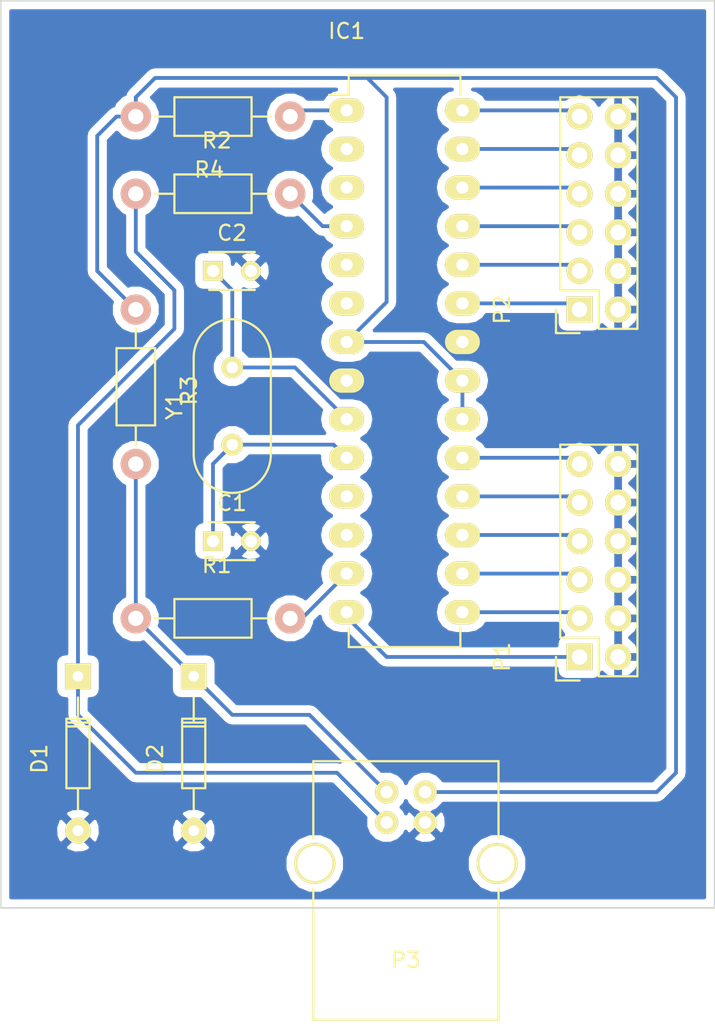
<source format=kicad_pcb>
(kicad_pcb (version 4) (host pcbnew "(2015-09-02 BZR 6149)-product")

  (general
    (links 48)
    (no_connects 1)
    (area 125.679999 97.739999 172.770001 165.335001)
    (thickness 1.6)
    (drawings 4)
    (tracks 75)
    (zones 0)
    (modules 13)
    (nets 29)
  )

  (page A4)
  (layers
    (0 F.Cu signal)
    (31 B.Cu signal)
    (32 B.Adhes user)
    (33 F.Adhes user)
    (34 B.Paste user)
    (35 F.Paste user)
    (36 B.SilkS user)
    (37 F.SilkS user)
    (38 B.Mask user)
    (39 F.Mask user)
    (40 Dwgs.User user)
    (41 Cmts.User user)
    (42 Eco1.User user)
    (43 Eco2.User user)
    (44 Edge.Cuts user)
    (45 Margin user)
    (46 B.CrtYd user)
    (47 F.CrtYd user)
    (48 B.Fab user)
    (49 F.Fab user)
  )

  (setup
    (last_trace_width 0.25)
    (trace_clearance 0.2)
    (zone_clearance 0.508)
    (zone_45_only no)
    (trace_min 0.2)
    (segment_width 0.2)
    (edge_width 0.1)
    (via_size 0.6)
    (via_drill 0.4)
    (via_min_size 0.4)
    (via_min_drill 0.3)
    (uvia_size 0.3)
    (uvia_drill 0.1)
    (uvias_allowed no)
    (uvia_min_size 0.2)
    (uvia_min_drill 0.1)
    (pcb_text_width 0.3)
    (pcb_text_size 1.5 1.5)
    (mod_edge_width 0.15)
    (mod_text_size 1 1)
    (mod_text_width 0.15)
    (pad_size 1.5 1.5)
    (pad_drill 0.6)
    (pad_to_mask_clearance 0)
    (aux_axis_origin 0 0)
    (visible_elements FFFFFF7F)
    (pcbplotparams
      (layerselection 0x010f0_80000001)
      (usegerberextensions true)
      (excludeedgelayer true)
      (linewidth 0.100000)
      (plotframeref false)
      (viasonmask false)
      (mode 1)
      (useauxorigin false)
      (hpglpennumber 1)
      (hpglpenspeed 20)
      (hpglpendiameter 15)
      (hpglpenoverlay 2)
      (psnegative false)
      (psa4output false)
      (plotreference true)
      (plotvalue false)
      (plotinvisibletext false)
      (padsonsilk false)
      (subtractmaskfromsilk false)
      (outputformat 1)
      (mirror false)
      (drillshape 0)
      (scaleselection 1)
      (outputdirectory Gerber/))
  )

  (net 0 "")
  (net 1 "Net-(C1-Pad1)")
  (net 2 GND)
  (net 3 "Net-(C2-Pad1)")
  (net 4 "Net-(D1-Pad1)")
  (net 5 "Net-(D2-Pad1)")
  (net 6 "Net-(IC1-Pad1)")
  (net 7 "Net-(IC1-Pad2)")
  (net 8 "Net-(IC1-Pad3)")
  (net 9 "Net-(IC1-Pad4)")
  (net 10 "Net-(IC1-Pad5)")
  (net 11 "Net-(IC1-Pad6)")
  (net 12 +5V)
  (net 13 "Net-(IC1-Pad11)")
  (net 14 "Net-(IC1-Pad12)")
  (net 15 "Net-(IC1-Pad13)")
  (net 16 "Net-(IC1-Pad14)")
  (net 17 "Net-(IC1-Pad15)")
  (net 18 "Net-(IC1-Pad16)")
  (net 19 "Net-(IC1-Pad17)")
  (net 20 "Net-(IC1-Pad18)")
  (net 21 "Net-(IC1-Pad19)")
  (net 22 "Net-(IC1-Pad23)")
  (net 23 "Net-(IC1-Pad24)")
  (net 24 "Net-(IC1-Pad25)")
  (net 25 "Net-(IC1-Pad26)")
  (net 26 "Net-(IC1-Pad27)")
  (net 27 "Net-(IC1-Pad28)")
  (net 28 "Net-(P3-Pad5)")

  (net_class Default "This is the default net class."
    (clearance 0.2)
    (trace_width 0.25)
    (via_dia 0.6)
    (via_drill 0.4)
    (uvia_dia 0.3)
    (uvia_drill 0.1)
    (add_net +5V)
    (add_net GND)
    (add_net "Net-(C1-Pad1)")
    (add_net "Net-(C2-Pad1)")
    (add_net "Net-(D1-Pad1)")
    (add_net "Net-(D2-Pad1)")
    (add_net "Net-(IC1-Pad1)")
    (add_net "Net-(IC1-Pad11)")
    (add_net "Net-(IC1-Pad12)")
    (add_net "Net-(IC1-Pad13)")
    (add_net "Net-(IC1-Pad14)")
    (add_net "Net-(IC1-Pad15)")
    (add_net "Net-(IC1-Pad16)")
    (add_net "Net-(IC1-Pad17)")
    (add_net "Net-(IC1-Pad18)")
    (add_net "Net-(IC1-Pad19)")
    (add_net "Net-(IC1-Pad2)")
    (add_net "Net-(IC1-Pad23)")
    (add_net "Net-(IC1-Pad24)")
    (add_net "Net-(IC1-Pad25)")
    (add_net "Net-(IC1-Pad26)")
    (add_net "Net-(IC1-Pad27)")
    (add_net "Net-(IC1-Pad28)")
    (add_net "Net-(IC1-Pad3)")
    (add_net "Net-(IC1-Pad4)")
    (add_net "Net-(IC1-Pad5)")
    (add_net "Net-(IC1-Pad6)")
    (add_net "Net-(P3-Pad5)")
  )

  (module Capacitors_ThroughHole:C_Disc_D3_P2.5 (layer F.Cu) (tedit 0) (tstamp 5605CEC5)
    (at 139.7 133.35)
    (descr "Capacitor 3mm Disc, Pitch 2.5mm")
    (tags Capacitor)
    (path /5605B81C)
    (fp_text reference C1 (at 1.25 -2.5) (layer F.SilkS)
      (effects (font (size 1 1) (thickness 0.15)))
    )
    (fp_text value 22pf (at 1.25 2.5) (layer F.Fab)
      (effects (font (size 1 1) (thickness 0.15)))
    )
    (fp_line (start -0.9 -1.5) (end 3.4 -1.5) (layer F.CrtYd) (width 0.05))
    (fp_line (start 3.4 -1.5) (end 3.4 1.5) (layer F.CrtYd) (width 0.05))
    (fp_line (start 3.4 1.5) (end -0.9 1.5) (layer F.CrtYd) (width 0.05))
    (fp_line (start -0.9 1.5) (end -0.9 -1.5) (layer F.CrtYd) (width 0.05))
    (fp_line (start -0.25 -1.25) (end 2.75 -1.25) (layer F.SilkS) (width 0.15))
    (fp_line (start 2.75 1.25) (end -0.25 1.25) (layer F.SilkS) (width 0.15))
    (pad 1 thru_hole rect (at 0 0) (size 1.3 1.3) (drill 0.8) (layers *.Cu *.Mask F.SilkS)
      (net 1 "Net-(C1-Pad1)"))
    (pad 2 thru_hole circle (at 2.5 0) (size 1.3 1.3) (drill 0.8001) (layers *.Cu *.Mask F.SilkS)
      (net 2 GND))
    (model Capacitors_ThroughHole.3dshapes/C_Disc_D3_P2.5.wrl
      (at (xyz 0.0492126 0 0))
      (scale (xyz 1 1 1))
      (rotate (xyz 0 0 0))
    )
  )

  (module Capacitors_ThroughHole:C_Disc_D3_P2.5 (layer F.Cu) (tedit 0) (tstamp 5605CED1)
    (at 139.7 115.57)
    (descr "Capacitor 3mm Disc, Pitch 2.5mm")
    (tags Capacitor)
    (path /5605B853)
    (fp_text reference C2 (at 1.25 -2.5) (layer F.SilkS)
      (effects (font (size 1 1) (thickness 0.15)))
    )
    (fp_text value 22pf (at 1.25 2.5) (layer F.Fab)
      (effects (font (size 1 1) (thickness 0.15)))
    )
    (fp_line (start -0.9 -1.5) (end 3.4 -1.5) (layer F.CrtYd) (width 0.05))
    (fp_line (start 3.4 -1.5) (end 3.4 1.5) (layer F.CrtYd) (width 0.05))
    (fp_line (start 3.4 1.5) (end -0.9 1.5) (layer F.CrtYd) (width 0.05))
    (fp_line (start -0.9 1.5) (end -0.9 -1.5) (layer F.CrtYd) (width 0.05))
    (fp_line (start -0.25 -1.25) (end 2.75 -1.25) (layer F.SilkS) (width 0.15))
    (fp_line (start 2.75 1.25) (end -0.25 1.25) (layer F.SilkS) (width 0.15))
    (pad 1 thru_hole rect (at 0 0) (size 1.3 1.3) (drill 0.8) (layers *.Cu *.Mask F.SilkS)
      (net 3 "Net-(C2-Pad1)"))
    (pad 2 thru_hole circle (at 2.5 0) (size 1.3 1.3) (drill 0.8001) (layers *.Cu *.Mask F.SilkS)
      (net 2 GND))
    (model Capacitors_ThroughHole.3dshapes/C_Disc_D3_P2.5.wrl
      (at (xyz 0.0492126 0 0))
      (scale (xyz 1 1 1))
      (rotate (xyz 0 0 0))
    )
  )

  (module Diodes_ThroughHole:Diode_DO-35_SOD27_Horizontal_RM10 (layer F.Cu) (tedit 552FFC30) (tstamp 5605CEE0)
    (at 130.81 142.24 270)
    (descr "Diode, DO-35,  SOD27, Horizontal, RM 10mm")
    (tags "Diode, DO-35, SOD27, Horizontal, RM 10mm, 1N4148,")
    (path /5605B443)
    (fp_text reference D1 (at 5.43052 2.53746 270) (layer F.SilkS)
      (effects (font (size 1 1) (thickness 0.15)))
    )
    (fp_text value "3.6 ZENER" (at 4.41452 -3.55854 270) (layer F.Fab)
      (effects (font (size 1 1) (thickness 0.15)))
    )
    (fp_line (start 7.36652 -0.00254) (end 8.76352 -0.00254) (layer F.SilkS) (width 0.15))
    (fp_line (start 2.92152 -0.00254) (end 1.39752 -0.00254) (layer F.SilkS) (width 0.15))
    (fp_line (start 3.30252 -0.76454) (end 3.30252 0.75946) (layer F.SilkS) (width 0.15))
    (fp_line (start 3.04852 -0.76454) (end 3.04852 0.75946) (layer F.SilkS) (width 0.15))
    (fp_line (start 2.79452 -0.00254) (end 2.79452 0.75946) (layer F.SilkS) (width 0.15))
    (fp_line (start 2.79452 0.75946) (end 7.36652 0.75946) (layer F.SilkS) (width 0.15))
    (fp_line (start 7.36652 0.75946) (end 7.36652 -0.76454) (layer F.SilkS) (width 0.15))
    (fp_line (start 7.36652 -0.76454) (end 2.79452 -0.76454) (layer F.SilkS) (width 0.15))
    (fp_line (start 2.79452 -0.76454) (end 2.79452 -0.00254) (layer F.SilkS) (width 0.15))
    (pad 2 thru_hole circle (at 10.16052 -0.00254 90) (size 1.69926 1.69926) (drill 0.70104) (layers *.Cu *.Mask F.SilkS)
      (net 2 GND))
    (pad 1 thru_hole rect (at 0.00052 -0.00254 90) (size 1.69926 1.69926) (drill 0.70104) (layers *.Cu *.Mask F.SilkS)
      (net 4 "Net-(D1-Pad1)"))
    (model Diodes_ThroughHole.3dshapes/Diode_DO-35_SOD27_Horizontal_RM10.wrl
      (at (xyz 0.2 0 0))
      (scale (xyz 0.4 0.4 0.4))
      (rotate (xyz 0 0 180))
    )
  )

  (module Diodes_ThroughHole:Diode_DO-35_SOD27_Horizontal_RM10 (layer F.Cu) (tedit 552FFC30) (tstamp 5605CEEF)
    (at 138.43 142.24 270)
    (descr "Diode, DO-35,  SOD27, Horizontal, RM 10mm")
    (tags "Diode, DO-35, SOD27, Horizontal, RM 10mm, 1N4148,")
    (path /5605B482)
    (fp_text reference D2 (at 5.43052 2.53746 270) (layer F.SilkS)
      (effects (font (size 1 1) (thickness 0.15)))
    )
    (fp_text value "3.6 ZENER" (at 4.41452 -3.55854 270) (layer F.Fab)
      (effects (font (size 1 1) (thickness 0.15)))
    )
    (fp_line (start 7.36652 -0.00254) (end 8.76352 -0.00254) (layer F.SilkS) (width 0.15))
    (fp_line (start 2.92152 -0.00254) (end 1.39752 -0.00254) (layer F.SilkS) (width 0.15))
    (fp_line (start 3.30252 -0.76454) (end 3.30252 0.75946) (layer F.SilkS) (width 0.15))
    (fp_line (start 3.04852 -0.76454) (end 3.04852 0.75946) (layer F.SilkS) (width 0.15))
    (fp_line (start 2.79452 -0.00254) (end 2.79452 0.75946) (layer F.SilkS) (width 0.15))
    (fp_line (start 2.79452 0.75946) (end 7.36652 0.75946) (layer F.SilkS) (width 0.15))
    (fp_line (start 7.36652 0.75946) (end 7.36652 -0.76454) (layer F.SilkS) (width 0.15))
    (fp_line (start 7.36652 -0.76454) (end 2.79452 -0.76454) (layer F.SilkS) (width 0.15))
    (fp_line (start 2.79452 -0.76454) (end 2.79452 -0.00254) (layer F.SilkS) (width 0.15))
    (pad 2 thru_hole circle (at 10.16052 -0.00254 90) (size 1.69926 1.69926) (drill 0.70104) (layers *.Cu *.Mask F.SilkS)
      (net 2 GND))
    (pad 1 thru_hole rect (at 0.00052 -0.00254 90) (size 1.69926 1.69926) (drill 0.70104) (layers *.Cu *.Mask F.SilkS)
      (net 5 "Net-(D2-Pad1)"))
    (model Diodes_ThroughHole.3dshapes/Diode_DO-35_SOD27_Horizontal_RM10.wrl
      (at (xyz 0.2 0 0))
      (scale (xyz 0.4 0.4 0.4))
      (rotate (xyz 0 0 180))
    )
  )

  (module Housings_DIP:DIP-28_W7.62mm_LongPads (layer F.Cu) (tedit 54130A77) (tstamp 5605CF1A)
    (at 148.5011 105.0036)
    (descr "28-lead dip package, row spacing 7.62 mm (300 mils), longer pads")
    (tags "dil dip 2.54 300")
    (path /5605B382)
    (zone_connect 2)
    (fp_text reference IC1 (at 0 -5.22) (layer F.SilkS)
      (effects (font (size 1 1) (thickness 0.15)))
    )
    (fp_text value ATMEGA328-P (at 0 -3.72) (layer F.Fab)
      (effects (font (size 1 1) (thickness 0.15)))
    )
    (fp_line (start -1.4 -2.45) (end -1.4 35.5) (layer F.CrtYd) (width 0.05))
    (fp_line (start 9 -2.45) (end 9 35.5) (layer F.CrtYd) (width 0.05))
    (fp_line (start -1.4 -2.45) (end 9 -2.45) (layer F.CrtYd) (width 0.05))
    (fp_line (start -1.4 35.5) (end 9 35.5) (layer F.CrtYd) (width 0.05))
    (fp_line (start 0.135 -2.295) (end 0.135 -1.025) (layer F.SilkS) (width 0.15))
    (fp_line (start 7.485 -2.295) (end 7.485 -1.025) (layer F.SilkS) (width 0.15))
    (fp_line (start 7.485 35.315) (end 7.485 34.045) (layer F.SilkS) (width 0.15))
    (fp_line (start 0.135 35.315) (end 0.135 34.045) (layer F.SilkS) (width 0.15))
    (fp_line (start 0.135 -2.295) (end 7.485 -2.295) (layer F.SilkS) (width 0.15))
    (fp_line (start 0.135 35.315) (end 7.485 35.315) (layer F.SilkS) (width 0.15))
    (fp_line (start 0.135 -1.025) (end -1.15 -1.025) (layer F.SilkS) (width 0.15))
    (pad 1 thru_hole oval (at 0 0) (size 2.3 1.6) (drill 0.8) (layers *.Cu *.Mask F.SilkS)
      (net 6 "Net-(IC1-Pad1)") (zone_connect 2))
    (pad 2 thru_hole oval (at 0 2.54) (size 2.3 1.6) (drill 0.8) (layers *.Cu *.Mask F.SilkS)
      (net 7 "Net-(IC1-Pad2)") (zone_connect 2))
    (pad 3 thru_hole oval (at 0 5.08) (size 2.3 1.6) (drill 0.8) (layers *.Cu *.Mask F.SilkS)
      (net 8 "Net-(IC1-Pad3)") (zone_connect 2))
    (pad 4 thru_hole oval (at 0 7.62) (size 2.3 1.6) (drill 0.8) (layers *.Cu *.Mask F.SilkS)
      (net 9 "Net-(IC1-Pad4)") (zone_connect 2))
    (pad 5 thru_hole oval (at 0 10.16) (size 2.3 1.6) (drill 0.8) (layers *.Cu *.Mask F.SilkS)
      (net 10 "Net-(IC1-Pad5)") (zone_connect 2))
    (pad 6 thru_hole oval (at 0 12.7) (size 2.3 1.6) (drill 0.8) (layers *.Cu *.Mask F.SilkS)
      (net 11 "Net-(IC1-Pad6)") (zone_connect 2))
    (pad 7 thru_hole oval (at 0 15.24) (size 2.3 1.6) (drill 0.8) (layers *.Cu *.Mask F.SilkS)
      (net 12 +5V) (zone_connect 2))
    (pad 8 thru_hole oval (at 0 17.78) (size 2.3 1.6) (drill 0.8) (layers *.Cu *.Mask F.SilkS)
      (net 2 GND) (zone_connect 2))
    (pad 9 thru_hole oval (at 0 20.32) (size 2.3 1.6) (drill 0.8) (layers *.Cu *.Mask F.SilkS)
      (net 3 "Net-(C2-Pad1)") (zone_connect 2))
    (pad 10 thru_hole oval (at 0 22.86) (size 2.3 1.6) (drill 0.8) (layers *.Cu *.Mask F.SilkS)
      (net 1 "Net-(C1-Pad1)") (zone_connect 2))
    (pad 11 thru_hole oval (at 0 25.4) (size 2.3 1.6) (drill 0.8) (layers *.Cu *.Mask F.SilkS)
      (net 13 "Net-(IC1-Pad11)") (zone_connect 2))
    (pad 12 thru_hole oval (at 0 27.94) (size 2.3 1.6) (drill 0.8) (layers *.Cu *.Mask F.SilkS)
      (net 14 "Net-(IC1-Pad12)") (zone_connect 2))
    (pad 13 thru_hole oval (at 0 30.48) (size 2.3 1.6) (drill 0.8) (layers *.Cu *.Mask F.SilkS)
      (net 15 "Net-(IC1-Pad13)") (zone_connect 2))
    (pad 14 thru_hole oval (at 0 33.02) (size 2.3 1.6) (drill 0.8) (layers *.Cu *.Mask F.SilkS)
      (net 16 "Net-(IC1-Pad14)") (zone_connect 2))
    (pad 15 thru_hole oval (at 7.62 33.02) (size 2.3 1.6) (drill 0.8) (layers *.Cu *.Mask F.SilkS)
      (net 17 "Net-(IC1-Pad15)") (zone_connect 2))
    (pad 16 thru_hole oval (at 7.62 30.48) (size 2.3 1.6) (drill 0.8) (layers *.Cu *.Mask F.SilkS)
      (net 18 "Net-(IC1-Pad16)") (zone_connect 2))
    (pad 17 thru_hole oval (at 7.62 27.94) (size 2.3 1.6) (drill 0.8) (layers *.Cu *.Mask F.SilkS)
      (net 19 "Net-(IC1-Pad17)") (zone_connect 2))
    (pad 18 thru_hole oval (at 7.62 25.4) (size 2.3 1.6) (drill 0.8) (layers *.Cu *.Mask F.SilkS)
      (net 20 "Net-(IC1-Pad18)") (zone_connect 2))
    (pad 19 thru_hole oval (at 7.62 22.86) (size 2.3 1.6) (drill 0.8) (layers *.Cu *.Mask F.SilkS)
      (net 21 "Net-(IC1-Pad19)") (zone_connect 2))
    (pad 20 thru_hole oval (at 7.62 20.32) (size 2.3 1.6) (drill 0.8) (layers *.Cu *.Mask F.SilkS)
      (net 12 +5V) (zone_connect 2))
    (pad 21 thru_hole oval (at 7.62 17.78) (size 2.3 1.6) (drill 0.8) (layers *.Cu *.Mask F.SilkS)
      (net 12 +5V) (zone_connect 2))
    (pad 22 thru_hole oval (at 7.62 15.24) (size 2.3 1.6) (drill 0.8) (layers *.Cu *.Mask F.SilkS)
      (net 2 GND) (zone_connect 2))
    (pad 23 thru_hole oval (at 7.62 12.7) (size 2.3 1.6) (drill 0.8) (layers *.Cu *.Mask F.SilkS)
      (net 22 "Net-(IC1-Pad23)") (zone_connect 2))
    (pad 24 thru_hole oval (at 7.62 10.16) (size 2.3 1.6) (drill 0.8) (layers *.Cu *.Mask F.SilkS)
      (net 23 "Net-(IC1-Pad24)") (zone_connect 2))
    (pad 25 thru_hole oval (at 7.62 7.62) (size 2.3 1.6) (drill 0.8) (layers *.Cu *.Mask F.SilkS)
      (net 24 "Net-(IC1-Pad25)") (zone_connect 2))
    (pad 26 thru_hole oval (at 7.62 5.08) (size 2.3 1.6) (drill 0.8) (layers *.Cu *.Mask F.SilkS)
      (net 25 "Net-(IC1-Pad26)") (zone_connect 2))
    (pad 27 thru_hole oval (at 7.62 2.54) (size 2.3 1.6) (drill 0.8) (layers *.Cu *.Mask F.SilkS)
      (net 26 "Net-(IC1-Pad27)") (zone_connect 2))
    (pad 28 thru_hole oval (at 7.62 0) (size 2.3 1.6) (drill 0.8) (layers *.Cu *.Mask F.SilkS)
      (net 27 "Net-(IC1-Pad28)") (zone_connect 2))
    (model Housings_DIP.3dshapes/DIP-28_W7.62mm_LongPads.wrl
      (at (xyz 0 0 0))
      (scale (xyz 1 1 1))
      (rotate (xyz 0 0 0))
    )
  )

  (module Socket_Strips:Socket_Strip_Straight_2x06 (layer F.Cu) (tedit 0) (tstamp 5605CF36)
    (at 163.83 140.97 90)
    (descr "Through hole socket strip")
    (tags "socket strip")
    (path /5605BCFA)
    (fp_text reference P1 (at 0 -5.1 90) (layer F.SilkS)
      (effects (font (size 1 1) (thickness 0.15)))
    )
    (fp_text value CONN_02X06 (at 0 -3.1 90) (layer F.Fab)
      (effects (font (size 1 1) (thickness 0.15)))
    )
    (fp_line (start -1.75 -1.75) (end -1.75 4.3) (layer F.CrtYd) (width 0.05))
    (fp_line (start 14.45 -1.75) (end 14.45 4.3) (layer F.CrtYd) (width 0.05))
    (fp_line (start -1.75 -1.75) (end 14.45 -1.75) (layer F.CrtYd) (width 0.05))
    (fp_line (start -1.75 4.3) (end 14.45 4.3) (layer F.CrtYd) (width 0.05))
    (fp_line (start 13.97 3.81) (end -1.27 3.81) (layer F.SilkS) (width 0.15))
    (fp_line (start 1.27 -1.27) (end 13.97 -1.27) (layer F.SilkS) (width 0.15))
    (fp_line (start 13.97 3.81) (end 13.97 -1.27) (layer F.SilkS) (width 0.15))
    (fp_line (start -1.27 3.81) (end -1.27 1.27) (layer F.SilkS) (width 0.15))
    (fp_line (start 0 -1.55) (end -1.55 -1.55) (layer F.SilkS) (width 0.15))
    (fp_line (start -1.27 1.27) (end 1.27 1.27) (layer F.SilkS) (width 0.15))
    (fp_line (start 1.27 1.27) (end 1.27 -1.27) (layer F.SilkS) (width 0.15))
    (fp_line (start -1.55 -1.55) (end -1.55 0) (layer F.SilkS) (width 0.15))
    (pad 1 thru_hole rect (at 0 0 90) (size 1.7272 1.7272) (drill 1.016) (layers *.Cu *.Mask F.SilkS)
      (net 16 "Net-(IC1-Pad14)"))
    (pad 2 thru_hole oval (at 0 2.54 90) (size 1.7272 1.7272) (drill 1.016) (layers *.Cu *.Mask F.SilkS)
      (net 2 GND))
    (pad 3 thru_hole oval (at 2.54 0 90) (size 1.7272 1.7272) (drill 1.016) (layers *.Cu *.Mask F.SilkS)
      (net 17 "Net-(IC1-Pad15)"))
    (pad 4 thru_hole oval (at 2.54 2.54 90) (size 1.7272 1.7272) (drill 1.016) (layers *.Cu *.Mask F.SilkS)
      (net 2 GND))
    (pad 5 thru_hole oval (at 5.08 0 90) (size 1.7272 1.7272) (drill 1.016) (layers *.Cu *.Mask F.SilkS)
      (net 18 "Net-(IC1-Pad16)"))
    (pad 6 thru_hole oval (at 5.08 2.54 90) (size 1.7272 1.7272) (drill 1.016) (layers *.Cu *.Mask F.SilkS)
      (net 2 GND))
    (pad 7 thru_hole oval (at 7.62 0 90) (size 1.7272 1.7272) (drill 1.016) (layers *.Cu *.Mask F.SilkS)
      (net 19 "Net-(IC1-Pad17)"))
    (pad 8 thru_hole oval (at 7.62 2.54 90) (size 1.7272 1.7272) (drill 1.016) (layers *.Cu *.Mask F.SilkS)
      (net 2 GND))
    (pad 9 thru_hole oval (at 10.16 0 90) (size 1.7272 1.7272) (drill 1.016) (layers *.Cu *.Mask F.SilkS)
      (net 20 "Net-(IC1-Pad18)"))
    (pad 10 thru_hole oval (at 10.16 2.54 90) (size 1.7272 1.7272) (drill 1.016) (layers *.Cu *.Mask F.SilkS)
      (net 2 GND))
    (pad 11 thru_hole oval (at 12.7 0 90) (size 1.7272 1.7272) (drill 1.016) (layers *.Cu *.Mask F.SilkS)
      (net 21 "Net-(IC1-Pad19)"))
    (pad 12 thru_hole oval (at 12.7 2.54 90) (size 1.7272 1.7272) (drill 1.016) (layers *.Cu *.Mask F.SilkS)
      (net 2 GND))
    (model Socket_Strips.3dshapes/Socket_Strip_Straight_2x06.wrl
      (at (xyz 0.25 -0.05 0))
      (scale (xyz 1 1 1))
      (rotate (xyz 0 0 180))
    )
  )

  (module Socket_Strips:Socket_Strip_Straight_2x06 (layer F.Cu) (tedit 0) (tstamp 5605CF52)
    (at 163.83 118.11 90)
    (descr "Through hole socket strip")
    (tags "socket strip")
    (path /5605BD36)
    (fp_text reference P2 (at 0 -5.1 90) (layer F.SilkS)
      (effects (font (size 1 1) (thickness 0.15)))
    )
    (fp_text value CONN_02X06 (at 0 -3.1 90) (layer F.Fab)
      (effects (font (size 1 1) (thickness 0.15)))
    )
    (fp_line (start -1.75 -1.75) (end -1.75 4.3) (layer F.CrtYd) (width 0.05))
    (fp_line (start 14.45 -1.75) (end 14.45 4.3) (layer F.CrtYd) (width 0.05))
    (fp_line (start -1.75 -1.75) (end 14.45 -1.75) (layer F.CrtYd) (width 0.05))
    (fp_line (start -1.75 4.3) (end 14.45 4.3) (layer F.CrtYd) (width 0.05))
    (fp_line (start 13.97 3.81) (end -1.27 3.81) (layer F.SilkS) (width 0.15))
    (fp_line (start 1.27 -1.27) (end 13.97 -1.27) (layer F.SilkS) (width 0.15))
    (fp_line (start 13.97 3.81) (end 13.97 -1.27) (layer F.SilkS) (width 0.15))
    (fp_line (start -1.27 3.81) (end -1.27 1.27) (layer F.SilkS) (width 0.15))
    (fp_line (start 0 -1.55) (end -1.55 -1.55) (layer F.SilkS) (width 0.15))
    (fp_line (start -1.27 1.27) (end 1.27 1.27) (layer F.SilkS) (width 0.15))
    (fp_line (start 1.27 1.27) (end 1.27 -1.27) (layer F.SilkS) (width 0.15))
    (fp_line (start -1.55 -1.55) (end -1.55 0) (layer F.SilkS) (width 0.15))
    (pad 1 thru_hole rect (at 0 0 90) (size 1.7272 1.7272) (drill 1.016) (layers *.Cu *.Mask F.SilkS)
      (net 22 "Net-(IC1-Pad23)"))
    (pad 2 thru_hole oval (at 0 2.54 90) (size 1.7272 1.7272) (drill 1.016) (layers *.Cu *.Mask F.SilkS)
      (net 2 GND))
    (pad 3 thru_hole oval (at 2.54 0 90) (size 1.7272 1.7272) (drill 1.016) (layers *.Cu *.Mask F.SilkS)
      (net 23 "Net-(IC1-Pad24)"))
    (pad 4 thru_hole oval (at 2.54 2.54 90) (size 1.7272 1.7272) (drill 1.016) (layers *.Cu *.Mask F.SilkS)
      (net 2 GND))
    (pad 5 thru_hole oval (at 5.08 0 90) (size 1.7272 1.7272) (drill 1.016) (layers *.Cu *.Mask F.SilkS)
      (net 24 "Net-(IC1-Pad25)"))
    (pad 6 thru_hole oval (at 5.08 2.54 90) (size 1.7272 1.7272) (drill 1.016) (layers *.Cu *.Mask F.SilkS)
      (net 2 GND))
    (pad 7 thru_hole oval (at 7.62 0 90) (size 1.7272 1.7272) (drill 1.016) (layers *.Cu *.Mask F.SilkS)
      (net 25 "Net-(IC1-Pad26)"))
    (pad 8 thru_hole oval (at 7.62 2.54 90) (size 1.7272 1.7272) (drill 1.016) (layers *.Cu *.Mask F.SilkS)
      (net 2 GND))
    (pad 9 thru_hole oval (at 10.16 0 90) (size 1.7272 1.7272) (drill 1.016) (layers *.Cu *.Mask F.SilkS)
      (net 26 "Net-(IC1-Pad27)"))
    (pad 10 thru_hole oval (at 10.16 2.54 90) (size 1.7272 1.7272) (drill 1.016) (layers *.Cu *.Mask F.SilkS)
      (net 2 GND))
    (pad 11 thru_hole oval (at 12.7 0 90) (size 1.7272 1.7272) (drill 1.016) (layers *.Cu *.Mask F.SilkS)
      (net 27 "Net-(IC1-Pad28)"))
    (pad 12 thru_hole oval (at 12.7 2.54 90) (size 1.7272 1.7272) (drill 1.016) (layers *.Cu *.Mask F.SilkS)
      (net 2 GND))
    (model Socket_Strips.3dshapes/Socket_Strip_Straight_2x06.wrl
      (at (xyz 0.25 -0.05 0))
      (scale (xyz 1 1 1))
      (rotate (xyz 0 0 180))
    )
  )

  (module Resistors_ThroughHole:Resistor_Horizontal_RM10mm (layer F.Cu) (tedit 53F56209) (tstamp 5605CF74)
    (at 139.7 138.43)
    (descr "Resistor, Axial,  RM 10mm, 1/3W,")
    (tags "Resistor, Axial, RM 10mm, 1/3W,")
    (path /5605B4AC)
    (fp_text reference R1 (at 0.24892 -3.50012) (layer F.SilkS)
      (effects (font (size 1 1) (thickness 0.15)))
    )
    (fp_text value 68 (at 3.81 3.81) (layer F.Fab)
      (effects (font (size 1 1) (thickness 0.15)))
    )
    (fp_line (start -2.54 -1.27) (end 2.54 -1.27) (layer F.SilkS) (width 0.15))
    (fp_line (start 2.54 -1.27) (end 2.54 1.27) (layer F.SilkS) (width 0.15))
    (fp_line (start 2.54 1.27) (end -2.54 1.27) (layer F.SilkS) (width 0.15))
    (fp_line (start -2.54 1.27) (end -2.54 -1.27) (layer F.SilkS) (width 0.15))
    (fp_line (start -2.54 0) (end -3.81 0) (layer F.SilkS) (width 0.15))
    (fp_line (start 2.54 0) (end 3.81 0) (layer F.SilkS) (width 0.15))
    (pad 1 thru_hole circle (at -5.08 0) (size 1.99898 1.99898) (drill 1.00076) (layers *.Cu *.SilkS *.Mask)
      (net 5 "Net-(D2-Pad1)"))
    (pad 2 thru_hole circle (at 5.08 0) (size 1.99898 1.99898) (drill 1.00076) (layers *.Cu *.SilkS *.Mask)
      (net 15 "Net-(IC1-Pad13)"))
    (model Resistors_ThroughHole.3dshapes/Resistor_Horizontal_RM10mm.wrl
      (at (xyz 0 0 0))
      (scale (xyz 0.4 0.4 0.4))
      (rotate (xyz 0 0 0))
    )
  )

  (module Resistors_ThroughHole:Resistor_Horizontal_RM10mm (layer F.Cu) (tedit 53F56209) (tstamp 5605CF80)
    (at 139.7 110.49)
    (descr "Resistor, Axial,  RM 10mm, 1/3W,")
    (tags "Resistor, Axial, RM 10mm, 1/3W,")
    (path /5605B60D)
    (fp_text reference R2 (at 0.24892 -3.50012) (layer F.SilkS)
      (effects (font (size 1 1) (thickness 0.15)))
    )
    (fp_text value 68 (at 3.81 3.81) (layer F.Fab)
      (effects (font (size 1 1) (thickness 0.15)))
    )
    (fp_line (start -2.54 -1.27) (end 2.54 -1.27) (layer F.SilkS) (width 0.15))
    (fp_line (start 2.54 -1.27) (end 2.54 1.27) (layer F.SilkS) (width 0.15))
    (fp_line (start 2.54 1.27) (end -2.54 1.27) (layer F.SilkS) (width 0.15))
    (fp_line (start -2.54 1.27) (end -2.54 -1.27) (layer F.SilkS) (width 0.15))
    (fp_line (start -2.54 0) (end -3.81 0) (layer F.SilkS) (width 0.15))
    (fp_line (start 2.54 0) (end 3.81 0) (layer F.SilkS) (width 0.15))
    (pad 1 thru_hole circle (at -5.08 0) (size 1.99898 1.99898) (drill 1.00076) (layers *.Cu *.SilkS *.Mask)
      (net 4 "Net-(D1-Pad1)"))
    (pad 2 thru_hole circle (at 5.08 0) (size 1.99898 1.99898) (drill 1.00076) (layers *.Cu *.SilkS *.Mask)
      (net 9 "Net-(IC1-Pad4)"))
    (model Resistors_ThroughHole.3dshapes/Resistor_Horizontal_RM10mm.wrl
      (at (xyz 0 0 0))
      (scale (xyz 0.4 0.4 0.4))
      (rotate (xyz 0 0 0))
    )
  )

  (module Resistors_ThroughHole:Resistor_Horizontal_RM10mm (layer F.Cu) (tedit 53F56209) (tstamp 5605CF8C)
    (at 134.62 123.19 270)
    (descr "Resistor, Axial,  RM 10mm, 1/3W,")
    (tags "Resistor, Axial, RM 10mm, 1/3W,")
    (path /5605B637)
    (fp_text reference R3 (at 0.24892 -3.50012 270) (layer F.SilkS)
      (effects (font (size 1 1) (thickness 0.15)))
    )
    (fp_text value 1.5K (at 3.81 3.81 270) (layer F.Fab)
      (effects (font (size 1 1) (thickness 0.15)))
    )
    (fp_line (start -2.54 -1.27) (end 2.54 -1.27) (layer F.SilkS) (width 0.15))
    (fp_line (start 2.54 -1.27) (end 2.54 1.27) (layer F.SilkS) (width 0.15))
    (fp_line (start 2.54 1.27) (end -2.54 1.27) (layer F.SilkS) (width 0.15))
    (fp_line (start -2.54 1.27) (end -2.54 -1.27) (layer F.SilkS) (width 0.15))
    (fp_line (start -2.54 0) (end -3.81 0) (layer F.SilkS) (width 0.15))
    (fp_line (start 2.54 0) (end 3.81 0) (layer F.SilkS) (width 0.15))
    (pad 1 thru_hole circle (at -5.08 0 270) (size 1.99898 1.99898) (drill 1.00076) (layers *.Cu *.SilkS *.Mask)
      (net 12 +5V))
    (pad 2 thru_hole circle (at 5.08 0 270) (size 1.99898 1.99898) (drill 1.00076) (layers *.Cu *.SilkS *.Mask)
      (net 5 "Net-(D2-Pad1)"))
    (model Resistors_ThroughHole.3dshapes/Resistor_Horizontal_RM10mm.wrl
      (at (xyz 0 0 0))
      (scale (xyz 0.4 0.4 0.4))
      (rotate (xyz 0 0 0))
    )
  )

  (module Resistors_ThroughHole:Resistor_Horizontal_RM10mm (layer F.Cu) (tedit 53F56209) (tstamp 5605CF98)
    (at 139.7 105.41 180)
    (descr "Resistor, Axial,  RM 10mm, 1/3W,")
    (tags "Resistor, Axial, RM 10mm, 1/3W,")
    (path /5605D590)
    (fp_text reference R4 (at 0.24892 -3.50012 180) (layer F.SilkS)
      (effects (font (size 1 1) (thickness 0.15)))
    )
    (fp_text value 10K (at 3.81 3.81 180) (layer F.Fab)
      (effects (font (size 1 1) (thickness 0.15)))
    )
    (fp_line (start -2.54 -1.27) (end 2.54 -1.27) (layer F.SilkS) (width 0.15))
    (fp_line (start 2.54 -1.27) (end 2.54 1.27) (layer F.SilkS) (width 0.15))
    (fp_line (start 2.54 1.27) (end -2.54 1.27) (layer F.SilkS) (width 0.15))
    (fp_line (start -2.54 1.27) (end -2.54 -1.27) (layer F.SilkS) (width 0.15))
    (fp_line (start -2.54 0) (end -3.81 0) (layer F.SilkS) (width 0.15))
    (fp_line (start 2.54 0) (end 3.81 0) (layer F.SilkS) (width 0.15))
    (pad 1 thru_hole circle (at -5.08 0 180) (size 1.99898 1.99898) (drill 1.00076) (layers *.Cu *.SilkS *.Mask)
      (net 6 "Net-(IC1-Pad1)"))
    (pad 2 thru_hole circle (at 5.08 0 180) (size 1.99898 1.99898) (drill 1.00076) (layers *.Cu *.SilkS *.Mask)
      (net 12 +5V))
    (model Resistors_ThroughHole.3dshapes/Resistor_Horizontal_RM10mm.wrl
      (at (xyz 0 0 0))
      (scale (xyz 0.4 0.4 0.4))
      (rotate (xyz 0 0 0))
    )
  )

  (module Crystals:HC-49V (layer F.Cu) (tedit 0) (tstamp 5605CFA4)
    (at 140.97 124.46 90)
    (descr "Quartz boitier HC-49 Vertical")
    (tags "QUARTZ DEV")
    (path /5605B7EE)
    (fp_text reference Y1 (at 0 -3.81 90) (layer F.SilkS)
      (effects (font (size 1 1) (thickness 0.15)))
    )
    (fp_text value "16MHz Crystal" (at 0 3.81 90) (layer F.Fab)
      (effects (font (size 1 1) (thickness 0.15)))
    )
    (fp_line (start -3.175 2.54) (end 3.175 2.54) (layer F.SilkS) (width 0.15))
    (fp_line (start -3.175 -2.54) (end 3.175 -2.54) (layer F.SilkS) (width 0.15))
    (fp_arc (start 3.175 0) (end 3.175 -2.54) (angle 90) (layer F.SilkS) (width 0.15))
    (fp_arc (start 3.175 0) (end 5.715 0) (angle 90) (layer F.SilkS) (width 0.15))
    (fp_arc (start -3.175 0) (end -5.715 0) (angle 90) (layer F.SilkS) (width 0.15))
    (fp_arc (start -3.175 0) (end -3.175 2.54) (angle 90) (layer F.SilkS) (width 0.15))
    (pad 1 thru_hole circle (at -2.54 0 90) (size 1.4224 1.4224) (drill 0.762) (layers *.Cu *.Mask F.SilkS)
      (net 1 "Net-(C1-Pad1)"))
    (pad 2 thru_hole circle (at 2.54 0 90) (size 1.4224 1.4224) (drill 0.762) (layers *.Cu *.Mask F.SilkS)
      (net 3 "Net-(C2-Pad1)"))
    (model Crystals.3dshapes/HC-49V.wrl
      (at (xyz 0 0 0))
      (scale (xyz 1 1 0.2))
      (rotate (xyz 0 0 0))
    )
  )

  (module Connect:USB_B (layer F.Cu) (tedit 55B36073) (tstamp 5605CF68)
    (at 153.67 149.86 270)
    (descr "USB B connector")
    (tags "USB_B USB_DEV")
    (path /5605B3DE)
    (fp_text reference P3 (at 11.049 1.27 360) (layer F.SilkS)
      (effects (font (size 1 1) (thickness 0.15)))
    )
    (fp_text value USB_A (at 4.699 1.27 360) (layer F.Fab)
      (effects (font (size 1 1) (thickness 0.15)))
    )
    (fp_line (start 15.25 8.9) (end -2.3 8.9) (layer F.CrtYd) (width 0.05))
    (fp_line (start -2.3 8.9) (end -2.3 -6.35) (layer F.CrtYd) (width 0.05))
    (fp_line (start -2.3 -6.35) (end 15.25 -6.35) (layer F.CrtYd) (width 0.05))
    (fp_line (start 15.25 -6.35) (end 15.25 8.9) (layer F.CrtYd) (width 0.05))
    (fp_line (start 6.35 7.366) (end 14.986 7.366) (layer F.SilkS) (width 0.15))
    (fp_line (start -2.032 7.366) (end 3.048 7.366) (layer F.SilkS) (width 0.15))
    (fp_line (start 6.35 -4.826) (end 14.986 -4.826) (layer F.SilkS) (width 0.15))
    (fp_line (start -2.032 -4.826) (end 3.048 -4.826) (layer F.SilkS) (width 0.15))
    (fp_line (start 14.986 -4.826) (end 14.986 7.366) (layer F.SilkS) (width 0.15))
    (fp_line (start -2.032 7.366) (end -2.032 -4.826) (layer F.SilkS) (width 0.15))
    (pad 2 thru_hole circle (at 0 2.54 180) (size 1.524 1.524) (drill 0.8128) (layers *.Cu *.Mask F.SilkS)
      (net 5 "Net-(D2-Pad1)"))
    (pad 1 thru_hole circle (at 0 0 180) (size 1.524 1.524) (drill 0.8128) (layers *.Cu *.Mask F.SilkS)
      (net 12 +5V))
    (pad 4 thru_hole circle (at 1.99898 0 180) (size 1.524 1.524) (drill 0.8128) (layers *.Cu *.Mask F.SilkS)
      (net 2 GND))
    (pad 3 thru_hole circle (at 1.99898 2.54 180) (size 1.524 1.524) (drill 0.8128) (layers *.Cu *.Mask F.SilkS)
      (net 4 "Net-(D1-Pad1)"))
    (pad 5 thru_hole circle (at 4.699 7.26948 180) (size 2.70002 2.70002) (drill 2.30124) (layers *.Cu *.Mask F.SilkS)
      (net 28 "Net-(P3-Pad5)"))
    (pad 5 thru_hole circle (at 4.699 -4.72948 180) (size 2.70002 2.70002) (drill 2.30124) (layers *.Cu *.Mask F.SilkS)
      (net 28 "Net-(P3-Pad5)"))
    (model Connect.3dshapes/USB_B.wrl
      (at (xyz 0.185 -0.05 0.001))
      (scale (xyz 0.3937 0.3937 0.3937))
      (rotate (xyz 0 0 -90))
    )
  )

  (gr_line (start 125.73 97.79) (end 125.73 157.48) (angle 90) (layer Edge.Cuts) (width 0.1))
  (gr_line (start 172.72 97.79) (end 125.73 97.79) (angle 90) (layer Edge.Cuts) (width 0.1))
  (gr_line (start 172.72 157.48) (end 172.72 97.79) (angle 90) (layer Edge.Cuts) (width 0.1))
  (gr_line (start 125.73 157.48) (end 172.72 157.48) (angle 90) (layer Edge.Cuts) (width 0.1))

  (segment (start 139.7 133.35) (end 139.7 128.27) (width 0.25) (layer B.Cu) (net 1))
  (segment (start 139.7 128.27) (end 140.97 127) (width 0.25) (layer B.Cu) (net 1) (tstamp 5605D3AE))
  (segment (start 140.97 127) (end 147.6375 127) (width 0.25) (layer B.Cu) (net 1))
  (segment (start 147.6375 127) (end 148.5011 127.8636) (width 0.25) (layer B.Cu) (net 1) (tstamp 5605D141))
  (segment (start 142.2 115.57) (end 142.2 115.53) (width 0.25) (layer B.Cu) (net 2))
  (segment (start 140.97 121.92) (end 140.97 116.84) (width 0.25) (layer B.Cu) (net 3))
  (segment (start 140.97 116.84) (end 139.7 115.57) (width 0.25) (layer B.Cu) (net 3) (tstamp 5605D3C5))
  (segment (start 140.97 121.92) (end 145.0975 121.92) (width 0.25) (layer B.Cu) (net 3))
  (segment (start 145.0975 121.92) (end 148.5011 125.3236) (width 0.25) (layer B.Cu) (net 3) (tstamp 5605D13D))
  (segment (start 130.81254 142.24052) (end 130.81254 144.78254) (width 0.25) (layer B.Cu) (net 4))
  (segment (start 147.86102 148.59) (end 151.13 151.85898) (width 0.25) (layer B.Cu) (net 4) (tstamp 5605D916))
  (segment (start 134.62 148.59) (end 147.86102 148.59) (width 0.25) (layer B.Cu) (net 4) (tstamp 5605D913))
  (segment (start 130.81254 144.78254) (end 134.62 148.59) (width 0.25) (layer B.Cu) (net 4) (tstamp 5605D90B))
  (segment (start 130.81254 142.24052) (end 130.81254 125.72746) (width 0.25) (layer B.Cu) (net 4))
  (segment (start 134.62 114.3) (end 137.16 116.84) (width 0.25) (layer B.Cu) (net 4) (tstamp 5605D763))
  (segment (start 137.16 116.84) (end 137.16 119.38) (width 0.25) (layer B.Cu) (net 4) (tstamp 5605D767))
  (segment (start 137.16 119.38) (end 130.81254 125.72746) (width 0.25) (layer B.Cu) (net 4) (tstamp 5605D769))
  (segment (start 134.62 114.3) (end 134.62 110.49) (width 0.25) (layer B.Cu) (net 4))
  (segment (start 151.13 149.86) (end 146.05 144.78) (width 0.25) (layer B.Cu) (net 5))
  (segment (start 140.97 144.78) (end 138.43254 142.24254) (width 0.25) (layer B.Cu) (net 5) (tstamp 5605D91C))
  (segment (start 146.05 144.78) (end 140.97 144.78) (width 0.25) (layer B.Cu) (net 5) (tstamp 5605D91A))
  (segment (start 138.43254 142.24254) (end 138.43254 142.24052) (width 0.25) (layer B.Cu) (net 5) (tstamp 5605D91D))
  (segment (start 134.62 138.43) (end 134.62202 138.43) (width 0.25) (layer B.Cu) (net 5))
  (segment (start 134.62202 138.43) (end 138.43254 142.24052) (width 0.25) (layer B.Cu) (net 5) (tstamp 5605D908))
  (segment (start 134.62 138.43) (end 134.62 128.27) (width 0.25) (layer B.Cu) (net 5) (tstamp 5605D391))
  (segment (start 148.5011 105.0036) (end 145.1864 105.0036) (width 0.25) (layer B.Cu) (net 6))
  (segment (start 145.1864 105.0036) (end 144.78 105.41) (width 0.25) (layer B.Cu) (net 6) (tstamp 5605D12E))
  (segment (start 148.5011 112.6236) (end 146.9136 112.6236) (width 0.25) (layer B.Cu) (net 9))
  (segment (start 146.9136 112.6236) (end 144.78 110.49) (width 0.25) (layer B.Cu) (net 9) (tstamp 5605D166))
  (segment (start 149.86 102.87) (end 168.91 102.87) (width 0.25) (layer B.Cu) (net 12))
  (segment (start 168.91 149.86) (end 153.67 149.86) (width 0.25) (layer B.Cu) (net 12) (tstamp 5605D607))
  (segment (start 170.18 148.59) (end 168.91 149.86) (width 0.25) (layer B.Cu) (net 12) (tstamp 5605D605))
  (segment (start 170.18 104.14) (end 170.18 148.59) (width 0.25) (layer B.Cu) (net 12) (tstamp 5605D5FD))
  (segment (start 168.91 102.87) (end 170.18 104.14) (width 0.25) (layer B.Cu) (net 12) (tstamp 5605D5FB))
  (segment (start 148.5011 120.2436) (end 153.5811 120.2436) (width 0.25) (layer B.Cu) (net 12))
  (segment (start 153.5811 120.2436) (end 156.1211 122.7836) (width 0.25) (layer B.Cu) (net 12) (tstamp 5605D5D5))
  (segment (start 156.1211 122.7836) (end 156.1211 125.3236) (width 0.25) (layer B.Cu) (net 12))
  (segment (start 134.62 105.41) (end 134.62 104.14) (width 0.25) (layer B.Cu) (net 12))
  (segment (start 151.13 117.6147) (end 148.5011 120.2436) (width 0.25) (layer B.Cu) (net 12) (tstamp 5605D3F5))
  (segment (start 151.13 104.14) (end 151.13 117.6147) (width 0.25) (layer B.Cu) (net 12) (tstamp 5605D3F2))
  (segment (start 149.86 102.87) (end 151.13 104.14) (width 0.25) (layer B.Cu) (net 12) (tstamp 5605D3EE))
  (segment (start 135.89 102.87) (end 149.86 102.87) (width 0.25) (layer B.Cu) (net 12) (tstamp 5605D3EB))
  (segment (start 134.62 104.14) (end 135.89 102.87) (width 0.25) (layer B.Cu) (net 12) (tstamp 5605D3E7))
  (segment (start 134.62 105.41) (end 133.35 105.41) (width 0.25) (layer B.Cu) (net 12))
  (segment (start 132.08 115.57) (end 134.62 118.11) (width 0.25) (layer B.Cu) (net 12) (tstamp 5605D3DA))
  (segment (start 132.08 106.68) (end 132.08 115.57) (width 0.25) (layer B.Cu) (net 12) (tstamp 5605D3D8))
  (segment (start 133.35 105.41) (end 132.08 106.68) (width 0.25) (layer B.Cu) (net 12) (tstamp 5605D3D5))
  (segment (start 144.78 138.43) (end 145.5547 138.43) (width 0.25) (layer B.Cu) (net 15))
  (segment (start 145.5547 138.43) (end 148.5011 135.4836) (width 0.25) (layer B.Cu) (net 15) (tstamp 5605D38B))
  (segment (start 148.0947 135.89) (end 148.5011 135.4836) (width 0.25) (layer B.Cu) (net 15) (tstamp 5605D153))
  (segment (start 148.5011 138.0236) (end 148.5011 138.3411) (width 0.25) (layer B.Cu) (net 16))
  (segment (start 148.5011 138.3411) (end 151.13 140.97) (width 0.25) (layer B.Cu) (net 16) (tstamp 5605D463))
  (segment (start 151.13 140.97) (end 163.83 140.97) (width 0.25) (layer B.Cu) (net 16) (tstamp 5605D468))
  (segment (start 156.1211 138.0236) (end 163.4236 138.0236) (width 0.25) (layer B.Cu) (net 17))
  (segment (start 163.4236 138.0236) (end 163.83 138.43) (width 0.25) (layer B.Cu) (net 17) (tstamp 5605D10D))
  (segment (start 156.1211 135.4836) (end 163.4236 135.4836) (width 0.25) (layer B.Cu) (net 18))
  (segment (start 163.4236 135.4836) (end 163.83 135.89) (width 0.25) (layer B.Cu) (net 18) (tstamp 5605D110))
  (segment (start 156.1211 132.9436) (end 163.4236 132.9436) (width 0.25) (layer B.Cu) (net 19))
  (segment (start 163.4236 132.9436) (end 163.83 133.35) (width 0.25) (layer B.Cu) (net 19) (tstamp 5605D113))
  (segment (start 156.1211 130.4036) (end 163.4236 130.4036) (width 0.25) (layer B.Cu) (net 20))
  (segment (start 163.4236 130.4036) (end 163.83 130.81) (width 0.25) (layer B.Cu) (net 20) (tstamp 5605D116))
  (segment (start 156.1211 127.8636) (end 163.4236 127.8636) (width 0.25) (layer B.Cu) (net 21))
  (segment (start 163.4236 127.8636) (end 163.83 128.27) (width 0.25) (layer B.Cu) (net 21) (tstamp 5605D119))
  (segment (start 156.1211 117.7036) (end 163.4236 117.7036) (width 0.25) (layer B.Cu) (net 22))
  (segment (start 163.4236 117.7036) (end 163.83 118.11) (width 0.25) (layer B.Cu) (net 22) (tstamp 5605D11C))
  (segment (start 156.1211 115.1636) (end 163.4236 115.1636) (width 0.25) (layer B.Cu) (net 23))
  (segment (start 163.4236 115.1636) (end 163.83 115.57) (width 0.25) (layer B.Cu) (net 23) (tstamp 5605D11F))
  (segment (start 156.1211 112.6236) (end 163.4236 112.6236) (width 0.25) (layer B.Cu) (net 24))
  (segment (start 163.4236 112.6236) (end 163.83 113.03) (width 0.25) (layer B.Cu) (net 24) (tstamp 5605D122))
  (segment (start 156.1211 110.0836) (end 163.4236 110.0836) (width 0.25) (layer B.Cu) (net 25))
  (segment (start 163.4236 110.0836) (end 163.83 110.49) (width 0.25) (layer B.Cu) (net 25) (tstamp 5605D125))
  (segment (start 156.1211 107.5436) (end 163.4236 107.5436) (width 0.25) (layer B.Cu) (net 26))
  (segment (start 163.4236 107.5436) (end 163.83 107.95) (width 0.25) (layer B.Cu) (net 26) (tstamp 5605D128))
  (segment (start 156.1211 105.0036) (end 163.4236 105.0036) (width 0.25) (layer B.Cu) (net 27))
  (segment (start 163.4236 105.0036) (end 163.83 105.41) (width 0.25) (layer B.Cu) (net 27) (tstamp 5605D12B))

  (zone (net 2) (net_name GND) (layer B.Cu) (tstamp 5605E089) (hatch edge 0.508)
    (connect_pads (clearance 0.508))
    (min_thickness 0.254)
    (fill yes (arc_segments 16) (thermal_gap 0.508) (thermal_bridge_width 0.508))
    (polygon
      (pts
        (xy 125.73 99.06) (xy 125.73 97.79) (xy 172.72 97.79) (xy 172.72 157.48) (xy 125.73 157.48)
        (xy 125.73 99.06)
      )
    )
    (filled_polygon
      (pts
        (xy 172.035 156.795) (xy 126.415 156.795) (xy 126.415 154.952111) (xy 144.415166 154.952111) (xy 144.716729 155.681949)
        (xy 145.274634 156.240829) (xy 146.003945 156.543665) (xy 146.793631 156.544354) (xy 147.523469 156.242791) (xy 148.082349 155.684886)
        (xy 148.385185 154.955575) (xy 148.385188 154.952111) (xy 156.414126 154.952111) (xy 156.715689 155.681949) (xy 157.273594 156.240829)
        (xy 158.002905 156.543665) (xy 158.792591 156.544354) (xy 159.522429 156.242791) (xy 160.081309 155.684886) (xy 160.384145 154.955575)
        (xy 160.384834 154.165889) (xy 160.083271 153.436051) (xy 159.525366 152.877171) (xy 158.796055 152.574335) (xy 158.006369 152.573646)
        (xy 157.276531 152.875209) (xy 156.717651 153.433114) (xy 156.414815 154.162425) (xy 156.414126 154.952111) (xy 148.385188 154.952111)
        (xy 148.385874 154.165889) (xy 148.084311 153.436051) (xy 147.526406 152.877171) (xy 146.797095 152.574335) (xy 146.007409 152.573646)
        (xy 145.277571 152.875209) (xy 144.718691 153.433114) (xy 144.415855 154.162425) (xy 144.415166 154.952111) (xy 126.415 154.952111)
        (xy 126.415 153.44421) (xy 129.948455 153.44421) (xy 130.028682 153.695473) (xy 130.583907 153.89687) (xy 131.173939 153.870461)
        (xy 131.596398 153.695473) (xy 131.676625 153.44421) (xy 137.568455 153.44421) (xy 137.648682 153.695473) (xy 138.203907 153.89687)
        (xy 138.793939 153.870461) (xy 139.216398 153.695473) (xy 139.296625 153.44421) (xy 138.43254 152.580125) (xy 137.568455 153.44421)
        (xy 131.676625 153.44421) (xy 130.81254 152.580125) (xy 129.948455 153.44421) (xy 126.415 153.44421) (xy 126.415 152.171887)
        (xy 129.31619 152.171887) (xy 129.342599 152.761919) (xy 129.517587 153.184378) (xy 129.76885 153.264605) (xy 130.632935 152.40052)
        (xy 130.992145 152.40052) (xy 131.85623 153.264605) (xy 132.107493 153.184378) (xy 132.30889 152.629153) (xy 132.288424 152.171887)
        (xy 136.93619 152.171887) (xy 136.962599 152.761919) (xy 137.137587 153.184378) (xy 137.38885 153.264605) (xy 138.252935 152.40052)
        (xy 138.612145 152.40052) (xy 139.47623 153.264605) (xy 139.727493 153.184378) (xy 139.92889 152.629153) (xy 139.902481 152.039121)
        (xy 139.727493 151.616662) (xy 139.47623 151.536435) (xy 138.612145 152.40052) (xy 138.252935 152.40052) (xy 137.38885 151.536435)
        (xy 137.137587 151.616662) (xy 136.93619 152.171887) (xy 132.288424 152.171887) (xy 132.282481 152.039121) (xy 132.107493 151.616662)
        (xy 131.85623 151.536435) (xy 130.992145 152.40052) (xy 130.632935 152.40052) (xy 129.76885 151.536435) (xy 129.517587 151.616662)
        (xy 129.31619 152.171887) (xy 126.415 152.171887) (xy 126.415 151.35683) (xy 129.948455 151.35683) (xy 130.81254 152.220915)
        (xy 131.676625 151.35683) (xy 137.568455 151.35683) (xy 138.43254 152.220915) (xy 139.296625 151.35683) (xy 139.216398 151.105567)
        (xy 138.661173 150.90417) (xy 138.071141 150.930579) (xy 137.648682 151.105567) (xy 137.568455 151.35683) (xy 131.676625 151.35683)
        (xy 131.596398 151.105567) (xy 131.041173 150.90417) (xy 130.451141 150.930579) (xy 130.028682 151.105567) (xy 129.948455 151.35683)
        (xy 126.415 151.35683) (xy 126.415 141.39089) (xy 129.31547 141.39089) (xy 129.31547 143.09015) (xy 129.359748 143.325467)
        (xy 129.49882 143.541591) (xy 129.71102 143.686581) (xy 129.96291 143.73759) (xy 130.05254 143.73759) (xy 130.05254 144.78254)
        (xy 130.110392 145.073379) (xy 130.275139 145.319941) (xy 134.082599 149.127401) (xy 134.329161 149.292148) (xy 134.62 149.35)
        (xy 147.546218 149.35) (xy 149.745817 151.549599) (xy 149.733243 151.57988) (xy 149.732758 152.135641) (xy 149.94499 152.649283)
        (xy 150.33763 153.042609) (xy 150.8509 153.255737) (xy 151.406661 153.256222) (xy 151.920303 153.04399) (xy 152.125457 152.839193)
        (xy 152.869392 152.839193) (xy 152.938857 153.081377) (xy 153.462302 153.268124) (xy 154.017368 153.240342) (xy 154.401143 153.081377)
        (xy 154.470608 152.839193) (xy 153.67 152.038585) (xy 152.869392 152.839193) (xy 152.125457 152.839193) (xy 152.313629 152.65135)
        (xy 152.393395 152.459253) (xy 152.447603 152.590123) (xy 152.689787 152.659588) (xy 153.490395 151.85898) (xy 153.849605 151.85898)
        (xy 154.650213 152.659588) (xy 154.892397 152.590123) (xy 155.079144 152.066678) (xy 155.051362 151.511612) (xy 154.892397 151.127837)
        (xy 154.650213 151.058372) (xy 153.849605 151.85898) (xy 153.490395 151.85898) (xy 152.689787 151.058372) (xy 152.447603 151.127837)
        (xy 152.397491 151.268298) (xy 152.31501 151.068677) (xy 152.106168 150.85947) (xy 152.313629 150.65237) (xy 152.399949 150.444488)
        (xy 152.48499 150.650303) (xy 152.87763 151.043629) (xy 153.145471 151.154846) (xy 153.67 151.679375) (xy 154.194564 151.154811)
        (xy 154.460303 151.04501) (xy 154.853629 150.65237) (xy 154.86707 150.62) (xy 168.91 150.62) (xy 169.200839 150.562148)
        (xy 169.447401 150.397401) (xy 170.717401 149.127401) (xy 170.882148 148.88084) (xy 170.94 148.59) (xy 170.94 104.14)
        (xy 170.911379 103.996115) (xy 170.882148 103.84916) (xy 170.717401 103.602599) (xy 169.447401 102.332599) (xy 169.200839 102.167852)
        (xy 168.91 102.11) (xy 135.89 102.11) (xy 135.59916 102.167852) (xy 135.352599 102.332599) (xy 134.082599 103.602599)
        (xy 133.917852 103.849161) (xy 133.899985 103.938982) (xy 133.695345 104.023538) (xy 133.235154 104.482927) (xy 133.149193 104.689943)
        (xy 133.05916 104.707852) (xy 132.812599 104.872599) (xy 131.542599 106.142599) (xy 131.377852 106.389161) (xy 131.32 106.68)
        (xy 131.32 115.57) (xy 131.377852 115.860839) (xy 131.542599 116.107401) (xy 133.054115 117.618917) (xy 132.985794 117.783453)
        (xy 132.985226 118.433694) (xy 133.233538 119.034655) (xy 133.692927 119.494846) (xy 134.293453 119.744206) (xy 134.943694 119.744774)
        (xy 135.544655 119.496462) (xy 136.004846 119.037073) (xy 136.254206 118.436547) (xy 136.254774 117.786306) (xy 136.006462 117.185345)
        (xy 135.547073 116.725154) (xy 134.946547 116.475794) (xy 134.296306 116.475226) (xy 134.129111 116.544309) (xy 132.84 115.255198)
        (xy 132.84 106.994802) (xy 133.366726 106.468076) (xy 133.692927 106.794846) (xy 134.293453 107.044206) (xy 134.943694 107.044774)
        (xy 135.544655 106.796462) (xy 136.004846 106.337073) (xy 136.254206 105.736547) (xy 136.254774 105.086306) (xy 136.006462 104.485345)
        (xy 135.678246 104.156556) (xy 136.204802 103.63) (xy 147.807452 103.63) (xy 147.566979 103.677833) (xy 147.101432 103.988902)
        (xy 146.931248 104.2436) (xy 145.925138 104.2436) (xy 145.707073 104.025154) (xy 145.106547 103.775794) (xy 144.456306 103.775226)
        (xy 143.855345 104.023538) (xy 143.395154 104.482927) (xy 143.145794 105.083453) (xy 143.145226 105.733694) (xy 143.393538 106.334655)
        (xy 143.852927 106.794846) (xy 144.453453 107.044206) (xy 145.103694 107.044774) (xy 145.704655 106.796462) (xy 146.164846 106.337073)
        (xy 146.402973 105.7636) (xy 146.931248 105.7636) (xy 147.101432 106.018298) (xy 147.483518 106.2736) (xy 147.101432 106.528902)
        (xy 146.790363 106.994449) (xy 146.68113 107.5436) (xy 146.790363 108.092751) (xy 147.101432 108.558298) (xy 147.483518 108.8136)
        (xy 147.101432 109.068902) (xy 146.790363 109.534449) (xy 146.68113 110.0836) (xy 146.790363 110.632751) (xy 147.101432 111.098298)
        (xy 147.483518 111.3536) (xy 147.101432 111.608902) (xy 147.050271 111.685469) (xy 146.345885 110.981083) (xy 146.414206 110.816547)
        (xy 146.414774 110.166306) (xy 146.166462 109.565345) (xy 145.707073 109.105154) (xy 145.106547 108.855794) (xy 144.456306 108.855226)
        (xy 143.855345 109.103538) (xy 143.395154 109.562927) (xy 143.145794 110.163453) (xy 143.145226 110.813694) (xy 143.393538 111.414655)
        (xy 143.852927 111.874846) (xy 144.453453 112.124206) (xy 145.103694 112.124774) (xy 145.270889 112.055691) (xy 146.376199 113.161001)
        (xy 146.622761 113.325748) (xy 146.9136 113.3836) (xy 146.931248 113.3836) (xy 147.101432 113.638298) (xy 147.483518 113.8936)
        (xy 147.101432 114.148902) (xy 146.790363 114.614449) (xy 146.68113 115.1636) (xy 146.790363 115.712751) (xy 147.101432 116.178298)
        (xy 147.483518 116.4336) (xy 147.101432 116.688902) (xy 146.790363 117.154449) (xy 146.68113 117.7036) (xy 146.790363 118.252751)
        (xy 147.101432 118.718298) (xy 147.483518 118.9736) (xy 147.101432 119.228902) (xy 146.790363 119.694449) (xy 146.68113 120.2436)
        (xy 146.790363 120.792751) (xy 147.101432 121.258298) (xy 147.566979 121.569367) (xy 148.11613 121.6786) (xy 148.88607 121.6786)
        (xy 149.435221 121.569367) (xy 149.900768 121.258298) (xy 150.070952 121.0036) (xy 153.266298 121.0036) (xy 154.445124 122.182426)
        (xy 154.410363 122.234449) (xy 154.30113 122.7836) (xy 154.410363 123.332751) (xy 154.721432 123.798298) (xy 155.103518 124.0536)
        (xy 154.721432 124.308902) (xy 154.410363 124.774449) (xy 154.30113 125.3236) (xy 154.410363 125.872751) (xy 154.721432 126.338298)
        (xy 155.103518 126.5936) (xy 154.721432 126.848902) (xy 154.410363 127.314449) (xy 154.30113 127.8636) (xy 154.410363 128.412751)
        (xy 154.721432 128.878298) (xy 155.103518 129.1336) (xy 154.721432 129.388902) (xy 154.410363 129.854449) (xy 154.30113 130.4036)
        (xy 154.410363 130.952751) (xy 154.721432 131.418298) (xy 155.103518 131.6736) (xy 154.721432 131.928902) (xy 154.410363 132.394449)
        (xy 154.30113 132.9436) (xy 154.410363 133.492751) (xy 154.721432 133.958298) (xy 155.103518 134.2136) (xy 154.721432 134.468902)
        (xy 154.410363 134.934449) (xy 154.30113 135.4836) (xy 154.410363 136.032751) (xy 154.721432 136.498298) (xy 155.103518 136.7536)
        (xy 154.721432 137.008902) (xy 154.410363 137.474449) (xy 154.30113 138.0236) (xy 154.410363 138.572751) (xy 154.721432 139.038298)
        (xy 155.186979 139.349367) (xy 155.73613 139.4586) (xy 156.50607 139.4586) (xy 157.055221 139.349367) (xy 157.520768 139.038298)
        (xy 157.690952 138.7836) (xy 162.395896 138.7836) (xy 162.445474 139.032848) (xy 162.756574 139.498442) (xy 162.731083 139.503238)
        (xy 162.514959 139.64231) (xy 162.369969 139.85451) (xy 162.31896 140.1064) (xy 162.31896 140.21) (xy 151.444802 140.21)
        (xy 150.049903 138.815101) (xy 150.211837 138.572751) (xy 150.32107 138.0236) (xy 150.211837 137.474449) (xy 149.900768 137.008902)
        (xy 149.518682 136.7536) (xy 149.900768 136.498298) (xy 150.211837 136.032751) (xy 150.32107 135.4836) (xy 150.211837 134.934449)
        (xy 149.900768 134.468902) (xy 149.518682 134.2136) (xy 149.900768 133.958298) (xy 150.211837 133.492751) (xy 150.32107 132.9436)
        (xy 150.211837 132.394449) (xy 149.900768 131.928902) (xy 149.518682 131.6736) (xy 149.900768 131.418298) (xy 150.211837 130.952751)
        (xy 150.32107 130.4036) (xy 150.211837 129.854449) (xy 149.900768 129.388902) (xy 149.518682 129.1336) (xy 149.900768 128.878298)
        (xy 150.211837 128.412751) (xy 150.32107 127.8636) (xy 150.211837 127.314449) (xy 149.900768 126.848902) (xy 149.518682 126.5936)
        (xy 149.900768 126.338298) (xy 150.211837 125.872751) (xy 150.32107 125.3236) (xy 150.211837 124.774449) (xy 149.900768 124.308902)
        (xy 149.435221 123.997833) (xy 148.88607 123.8886) (xy 148.140902 123.8886) (xy 145.634901 121.382599) (xy 145.388339 121.217852)
        (xy 145.0975 121.16) (xy 142.112566 121.16) (xy 142.111919 121.158435) (xy 141.733557 120.779412) (xy 141.73 120.777935)
        (xy 141.73 116.84) (xy 141.714405 116.761599) (xy 142.019078 116.867622) (xy 142.529428 116.838083) (xy 142.863729 116.699611)
        (xy 142.91941 116.469016) (xy 142.2 115.749605) (xy 142.185858 115.763748) (xy 142.006252 115.584142) (xy 142.020395 115.57)
        (xy 142.379605 115.57) (xy 143.099016 116.28941) (xy 143.329611 116.233729) (xy 143.497622 115.750922) (xy 143.468083 115.240572)
        (xy 143.329611 114.906271) (xy 143.099016 114.85059) (xy 142.379605 115.57) (xy 142.020395 115.57) (xy 141.300984 114.85059)
        (xy 141.070389 114.906271) (xy 140.99744 115.115902) (xy 140.99744 114.92) (xy 140.953162 114.684683) (xy 140.944347 114.670984)
        (xy 141.48059 114.670984) (xy 142.2 115.390395) (xy 142.91941 114.670984) (xy 142.863729 114.440389) (xy 142.380922 114.272378)
        (xy 141.870572 114.301917) (xy 141.536271 114.440389) (xy 141.48059 114.670984) (xy 140.944347 114.670984) (xy 140.81409 114.468559)
        (xy 140.60189 114.323569) (xy 140.35 114.27256) (xy 139.05 114.27256) (xy 138.814683 114.316838) (xy 138.598559 114.45591)
        (xy 138.453569 114.66811) (xy 138.40256 114.92) (xy 138.40256 116.22) (xy 138.446838 116.455317) (xy 138.58591 116.671441)
        (xy 138.79811 116.816431) (xy 139.05 116.86744) (xy 139.922638 116.86744) (xy 140.21 117.154802) (xy 140.21 120.777434)
        (xy 140.208435 120.778081) (xy 139.829412 121.156443) (xy 139.624034 121.651049) (xy 139.623566 122.186601) (xy 139.828081 122.681565)
        (xy 140.206443 123.060588) (xy 140.701049 123.265966) (xy 141.236601 123.266434) (xy 141.731565 123.061919) (xy 142.110588 122.683557)
        (xy 142.112065 122.68) (xy 144.782698 122.68) (xy 146.825124 124.722426) (xy 146.790363 124.774449) (xy 146.68113 125.3236)
        (xy 146.790363 125.872751) (xy 147.035751 126.24) (xy 142.112566 126.24) (xy 142.111919 126.238435) (xy 141.733557 125.859412)
        (xy 141.238951 125.654034) (xy 140.703399 125.653566) (xy 140.208435 125.858081) (xy 139.829412 126.236443) (xy 139.624034 126.731049)
        (xy 139.623566 127.266601) (xy 139.625037 127.270161) (xy 139.162599 127.732599) (xy 138.997852 127.979161) (xy 138.94 128.27)
        (xy 138.94 132.073258) (xy 138.814683 132.096838) (xy 138.598559 132.23591) (xy 138.453569 132.44811) (xy 138.40256 132.7)
        (xy 138.40256 134) (xy 138.446838 134.235317) (xy 138.58591 134.451441) (xy 138.79811 134.596431) (xy 139.05 134.64744)
        (xy 140.35 134.64744) (xy 140.585317 134.603162) (xy 140.801441 134.46409) (xy 140.946431 134.25189) (xy 140.947012 134.249016)
        (xy 141.48059 134.249016) (xy 141.536271 134.479611) (xy 142.019078 134.647622) (xy 142.529428 134.618083) (xy 142.863729 134.479611)
        (xy 142.91941 134.249016) (xy 142.2 133.529605) (xy 141.48059 134.249016) (xy 140.947012 134.249016) (xy 140.99744 134)
        (xy 140.99744 133.837615) (xy 141.070389 134.013729) (xy 141.300984 134.06941) (xy 142.020395 133.35) (xy 142.379605 133.35)
        (xy 143.099016 134.06941) (xy 143.329611 134.013729) (xy 143.497622 133.530922) (xy 143.468083 133.020572) (xy 143.329611 132.686271)
        (xy 143.099016 132.63059) (xy 142.379605 133.35) (xy 142.020395 133.35) (xy 141.300984 132.63059) (xy 141.070389 132.686271)
        (xy 140.99744 132.895902) (xy 140.99744 132.7) (xy 140.953162 132.464683) (xy 140.944347 132.450984) (xy 141.48059 132.450984)
        (xy 142.2 133.170395) (xy 142.91941 132.450984) (xy 142.863729 132.220389) (xy 142.380922 132.052378) (xy 141.870572 132.081917)
        (xy 141.536271 132.220389) (xy 141.48059 132.450984) (xy 140.944347 132.450984) (xy 140.81409 132.248559) (xy 140.60189 132.103569)
        (xy 140.46 132.074836) (xy 140.46 128.584802) (xy 140.699485 128.345317) (xy 140.701049 128.345966) (xy 141.236601 128.346434)
        (xy 141.731565 128.141919) (xy 142.110588 127.763557) (xy 142.112065 127.76) (xy 146.701737 127.76) (xy 146.68113 127.8636)
        (xy 146.790363 128.412751) (xy 147.101432 128.878298) (xy 147.483518 129.1336) (xy 147.101432 129.388902) (xy 146.790363 129.854449)
        (xy 146.68113 130.4036) (xy 146.790363 130.952751) (xy 147.101432 131.418298) (xy 147.483518 131.6736) (xy 147.101432 131.928902)
        (xy 146.790363 132.394449) (xy 146.68113 132.9436) (xy 146.790363 133.492751) (xy 147.101432 133.958298) (xy 147.483518 134.2136)
        (xy 147.101432 134.468902) (xy 146.790363 134.934449) (xy 146.68113 135.4836) (xy 146.790363 136.032751) (xy 146.825124 136.084774)
        (xy 145.78584 137.124058) (xy 145.707073 137.045154) (xy 145.106547 136.795794) (xy 144.456306 136.795226) (xy 143.855345 137.043538)
        (xy 143.395154 137.502927) (xy 143.145794 138.103453) (xy 143.145226 138.753694) (xy 143.393538 139.354655) (xy 143.852927 139.814846)
        (xy 144.453453 140.064206) (xy 145.103694 140.064774) (xy 145.704655 139.816462) (xy 146.164846 139.357073) (xy 146.414206 138.756547)
        (xy 146.414303 138.645199) (xy 146.73999 138.319512) (xy 146.790363 138.572751) (xy 147.101432 139.038298) (xy 147.566979 139.349367)
        (xy 148.11613 139.4586) (xy 148.543798 139.4586) (xy 150.592599 141.507401) (xy 150.839161 141.672148) (xy 151.13 141.73)
        (xy 162.31896 141.73) (xy 162.31896 141.8336) (xy 162.363238 142.068917) (xy 162.50231 142.285041) (xy 162.71451 142.430031)
        (xy 162.9664 142.48104) (xy 164.6936 142.48104) (xy 164.928917 142.436762) (xy 165.145041 142.29769) (xy 165.290031 142.08549)
        (xy 165.309039 141.991625) (xy 165.595053 142.252688) (xy 166.010974 142.424958) (xy 166.243 142.303817) (xy 166.243 141.097)
        (xy 166.497 141.097) (xy 166.497 142.303817) (xy 166.729026 142.424958) (xy 167.144947 142.252688) (xy 167.576821 141.85849)
        (xy 167.824968 141.329027) (xy 167.704469 141.097) (xy 166.497 141.097) (xy 166.243 141.097) (xy 166.223 141.097)
        (xy 166.223 140.843) (xy 166.243 140.843) (xy 166.243 138.557) (xy 166.497 138.557) (xy 166.497 140.843)
        (xy 167.704469 140.843) (xy 167.824968 140.610973) (xy 167.576821 140.08151) (xy 167.158848 139.7) (xy 167.576821 139.31849)
        (xy 167.824968 138.789027) (xy 167.704469 138.557) (xy 166.497 138.557) (xy 166.243 138.557) (xy 166.223 138.557)
        (xy 166.223 138.303) (xy 166.243 138.303) (xy 166.243 136.017) (xy 166.497 136.017) (xy 166.497 138.303)
        (xy 167.704469 138.303) (xy 167.824968 138.070973) (xy 167.576821 137.54151) (xy 167.158848 137.16) (xy 167.576821 136.77849)
        (xy 167.824968 136.249027) (xy 167.704469 136.017) (xy 166.497 136.017) (xy 166.243 136.017) (xy 166.223 136.017)
        (xy 166.223 135.763) (xy 166.243 135.763) (xy 166.243 133.477) (xy 166.497 133.477) (xy 166.497 135.763)
        (xy 167.704469 135.763) (xy 167.824968 135.530973) (xy 167.576821 135.00151) (xy 167.158848 134.62) (xy 167.576821 134.23849)
        (xy 167.824968 133.709027) (xy 167.704469 133.477) (xy 166.497 133.477) (xy 166.243 133.477) (xy 166.223 133.477)
        (xy 166.223 133.223) (xy 166.243 133.223) (xy 166.243 130.937) (xy 166.497 130.937) (xy 166.497 133.223)
        (xy 167.704469 133.223) (xy 167.824968 132.990973) (xy 167.576821 132.46151) (xy 167.158848 132.08) (xy 167.576821 131.69849)
        (xy 167.824968 131.169027) (xy 167.704469 130.937) (xy 166.497 130.937) (xy 166.243 130.937) (xy 166.223 130.937)
        (xy 166.223 130.683) (xy 166.243 130.683) (xy 166.243 128.397) (xy 166.497 128.397) (xy 166.497 130.683)
        (xy 167.704469 130.683) (xy 167.824968 130.450973) (xy 167.576821 129.92151) (xy 167.158848 129.54) (xy 167.576821 129.15849)
        (xy 167.824968 128.629027) (xy 167.704469 128.397) (xy 166.497 128.397) (xy 166.243 128.397) (xy 166.223 128.397)
        (xy 166.223 128.143) (xy 166.243 128.143) (xy 166.243 126.936183) (xy 166.497 126.936183) (xy 166.497 128.143)
        (xy 167.704469 128.143) (xy 167.824968 127.910973) (xy 167.576821 127.38151) (xy 167.144947 126.987312) (xy 166.729026 126.815042)
        (xy 166.497 126.936183) (xy 166.243 126.936183) (xy 166.010974 126.815042) (xy 165.595053 126.987312) (xy 165.163179 127.38151)
        (xy 165.105664 127.504228) (xy 164.88967 127.180971) (xy 164.403489 126.856115) (xy 163.83 126.742041) (xy 163.256511 126.856115)
        (xy 162.886124 127.1036) (xy 157.690952 127.1036) (xy 157.520768 126.848902) (xy 157.138682 126.5936) (xy 157.520768 126.338298)
        (xy 157.831837 125.872751) (xy 157.94107 125.3236) (xy 157.831837 124.774449) (xy 157.520768 124.308902) (xy 157.138682 124.0536)
        (xy 157.520768 123.798298) (xy 157.831837 123.332751) (xy 157.94107 122.7836) (xy 157.831837 122.234449) (xy 157.520768 121.768902)
        (xy 157.055221 121.457833) (xy 156.50607 121.3486) (xy 155.760902 121.3486) (xy 154.118501 119.706199) (xy 153.871939 119.541452)
        (xy 153.5811 119.4836) (xy 150.335902 119.4836) (xy 151.667401 118.152101) (xy 151.832148 117.905539) (xy 151.89 117.6147)
        (xy 151.89 104.14) (xy 151.861379 103.996115) (xy 151.832148 103.84916) (xy 151.68571 103.63) (xy 155.427452 103.63)
        (xy 155.186979 103.677833) (xy 154.721432 103.988902) (xy 154.410363 104.454449) (xy 154.30113 105.0036) (xy 154.410363 105.552751)
        (xy 154.721432 106.018298) (xy 155.103518 106.2736) (xy 154.721432 106.528902) (xy 154.410363 106.994449) (xy 154.30113 107.5436)
        (xy 154.410363 108.092751) (xy 154.721432 108.558298) (xy 155.103518 108.8136) (xy 154.721432 109.068902) (xy 154.410363 109.534449)
        (xy 154.30113 110.0836) (xy 154.410363 110.632751) (xy 154.721432 111.098298) (xy 155.103518 111.3536) (xy 154.721432 111.608902)
        (xy 154.410363 112.074449) (xy 154.30113 112.6236) (xy 154.410363 113.172751) (xy 154.721432 113.638298) (xy 155.103518 113.8936)
        (xy 154.721432 114.148902) (xy 154.410363 114.614449) (xy 154.30113 115.1636) (xy 154.410363 115.712751) (xy 154.721432 116.178298)
        (xy 155.103518 116.4336) (xy 154.721432 116.688902) (xy 154.410363 117.154449) (xy 154.30113 117.7036) (xy 154.410363 118.252751)
        (xy 154.721432 118.718298) (xy 155.186979 119.029367) (xy 155.73613 119.1386) (xy 156.50607 119.1386) (xy 157.055221 119.029367)
        (xy 157.520768 118.718298) (xy 157.690952 118.4636) (xy 162.31896 118.4636) (xy 162.31896 118.9736) (xy 162.363238 119.208917)
        (xy 162.50231 119.425041) (xy 162.71451 119.570031) (xy 162.9664 119.62104) (xy 164.6936 119.62104) (xy 164.928917 119.576762)
        (xy 165.145041 119.43769) (xy 165.290031 119.22549) (xy 165.309039 119.131625) (xy 165.595053 119.392688) (xy 166.010974 119.564958)
        (xy 166.243 119.443817) (xy 166.243 118.237) (xy 166.497 118.237) (xy 166.497 119.443817) (xy 166.729026 119.564958)
        (xy 167.144947 119.392688) (xy 167.576821 118.99849) (xy 167.824968 118.469027) (xy 167.704469 118.237) (xy 166.497 118.237)
        (xy 166.243 118.237) (xy 166.223 118.237) (xy 166.223 117.983) (xy 166.243 117.983) (xy 166.243 115.697)
        (xy 166.497 115.697) (xy 166.497 117.983) (xy 167.704469 117.983) (xy 167.824968 117.750973) (xy 167.576821 117.22151)
        (xy 167.158848 116.84) (xy 167.576821 116.45849) (xy 167.824968 115.929027) (xy 167.704469 115.697) (xy 166.497 115.697)
        (xy 166.243 115.697) (xy 166.223 115.697) (xy 166.223 115.443) (xy 166.243 115.443) (xy 166.243 113.157)
        (xy 166.497 113.157) (xy 166.497 115.443) (xy 167.704469 115.443) (xy 167.824968 115.210973) (xy 167.576821 114.68151)
        (xy 167.158848 114.3) (xy 167.576821 113.91849) (xy 167.824968 113.389027) (xy 167.704469 113.157) (xy 166.497 113.157)
        (xy 166.243 113.157) (xy 166.223 113.157) (xy 166.223 112.903) (xy 166.243 112.903) (xy 166.243 110.617)
        (xy 166.497 110.617) (xy 166.497 112.903) (xy 167.704469 112.903) (xy 167.824968 112.670973) (xy 167.576821 112.14151)
        (xy 167.158848 111.76) (xy 167.576821 111.37849) (xy 167.824968 110.849027) (xy 167.704469 110.617) (xy 166.497 110.617)
        (xy 166.243 110.617) (xy 166.223 110.617) (xy 166.223 110.363) (xy 166.243 110.363) (xy 166.243 108.077)
        (xy 166.497 108.077) (xy 166.497 110.363) (xy 167.704469 110.363) (xy 167.824968 110.130973) (xy 167.576821 109.60151)
        (xy 167.158848 109.22) (xy 167.576821 108.83849) (xy 167.824968 108.309027) (xy 167.704469 108.077) (xy 166.497 108.077)
        (xy 166.243 108.077) (xy 166.223 108.077) (xy 166.223 107.823) (xy 166.243 107.823) (xy 166.243 105.537)
        (xy 166.497 105.537) (xy 166.497 107.823) (xy 167.704469 107.823) (xy 167.824968 107.590973) (xy 167.576821 107.06151)
        (xy 167.158848 106.68) (xy 167.576821 106.29849) (xy 167.824968 105.769027) (xy 167.704469 105.537) (xy 166.497 105.537)
        (xy 166.243 105.537) (xy 166.223 105.537) (xy 166.223 105.283) (xy 166.243 105.283) (xy 166.243 104.076183)
        (xy 166.497 104.076183) (xy 166.497 105.283) (xy 167.704469 105.283) (xy 167.824968 105.050973) (xy 167.576821 104.52151)
        (xy 167.144947 104.127312) (xy 166.729026 103.955042) (xy 166.497 104.076183) (xy 166.243 104.076183) (xy 166.010974 103.955042)
        (xy 165.595053 104.127312) (xy 165.163179 104.52151) (xy 165.105664 104.644228) (xy 164.88967 104.320971) (xy 164.403489 103.996115)
        (xy 163.83 103.882041) (xy 163.256511 103.996115) (xy 162.886124 104.2436) (xy 157.690952 104.2436) (xy 157.520768 103.988902)
        (xy 157.055221 103.677833) (xy 156.814748 103.63) (xy 168.595198 103.63) (xy 169.42 104.454802) (xy 169.42 148.275198)
        (xy 168.595198 149.1) (xy 154.867531 149.1) (xy 154.85501 149.069697) (xy 154.46237 148.676371) (xy 153.9491 148.463243)
        (xy 153.393339 148.462758) (xy 152.879697 148.67499) (xy 152.486371 149.06763) (xy 152.400051 149.275512) (xy 152.31501 149.069697)
        (xy 151.92237 148.676371) (xy 151.4091 148.463243) (xy 150.853339 148.462758) (xy 150.820945 148.476143) (xy 146.587401 144.242599)
        (xy 146.340839 144.077852) (xy 146.05 144.02) (xy 141.284802 144.02) (xy 139.92961 142.664808) (xy 139.92961 141.39089)
        (xy 139.885332 141.155573) (xy 139.74626 140.939449) (xy 139.53406 140.794459) (xy 139.28217 140.74345) (xy 138.010272 140.74345)
        (xy 136.186477 138.919655) (xy 136.254206 138.756547) (xy 136.254774 138.106306) (xy 136.006462 137.505345) (xy 135.547073 137.045154)
        (xy 135.38 136.975779) (xy 135.38 129.724496) (xy 135.544655 129.656462) (xy 136.004846 129.197073) (xy 136.254206 128.596547)
        (xy 136.254774 127.946306) (xy 136.006462 127.345345) (xy 135.547073 126.885154) (xy 134.946547 126.635794) (xy 134.296306 126.635226)
        (xy 133.695345 126.883538) (xy 133.235154 127.342927) (xy 132.985794 127.943453) (xy 132.985226 128.593694) (xy 133.233538 129.194655)
        (xy 133.692927 129.654846) (xy 133.86 129.724221) (xy 133.86 136.975504) (xy 133.695345 137.043538) (xy 133.235154 137.502927)
        (xy 132.985794 138.103453) (xy 132.985226 138.753694) (xy 133.233538 139.354655) (xy 133.692927 139.814846) (xy 134.293453 140.064206)
        (xy 134.943694 140.064774) (xy 135.112318 139.9951) (xy 136.93547 141.818252) (xy 136.93547 143.09015) (xy 136.979748 143.325467)
        (xy 137.11882 143.541591) (xy 137.33102 143.686581) (xy 137.58291 143.73759) (xy 138.852788 143.73759) (xy 140.432599 145.317401)
        (xy 140.67916 145.482148) (xy 140.97 145.54) (xy 145.735198 145.54) (xy 148.065964 147.870766) (xy 147.86102 147.83)
        (xy 134.934802 147.83) (xy 131.57254 144.467738) (xy 131.57254 143.73759) (xy 131.66217 143.73759) (xy 131.897487 143.693312)
        (xy 132.113611 143.55424) (xy 132.258601 143.34204) (xy 132.30961 143.09015) (xy 132.30961 141.39089) (xy 132.265332 141.155573)
        (xy 132.12626 140.939449) (xy 131.91406 140.794459) (xy 131.66217 140.74345) (xy 131.57254 140.74345) (xy 131.57254 126.042262)
        (xy 137.697401 119.917401) (xy 137.862148 119.670839) (xy 137.92 119.38) (xy 137.92 116.84) (xy 137.862148 116.549161)
        (xy 137.862148 116.54916) (xy 137.697401 116.302599) (xy 135.38 113.985198) (xy 135.38 111.944496) (xy 135.544655 111.876462)
        (xy 136.004846 111.417073) (xy 136.254206 110.816547) (xy 136.254774 110.166306) (xy 136.006462 109.565345) (xy 135.547073 109.105154)
        (xy 134.946547 108.855794) (xy 134.296306 108.855226) (xy 133.695345 109.103538) (xy 133.235154 109.562927) (xy 132.985794 110.163453)
        (xy 132.985226 110.813694) (xy 133.233538 111.414655) (xy 133.692927 111.874846) (xy 133.86 111.944221) (xy 133.86 114.3)
        (xy 133.917852 114.590839) (xy 134.082599 114.837401) (xy 136.4 117.154802) (xy 136.4 119.065198) (xy 130.275139 125.190059)
        (xy 130.110392 125.436621) (xy 130.05254 125.72746) (xy 130.05254 140.74345) (xy 129.96291 140.74345) (xy 129.727593 140.787728)
        (xy 129.511469 140.9268) (xy 129.366479 141.139) (xy 129.31547 141.39089) (xy 126.415 141.39089) (xy 126.415 98.475)
        (xy 172.035 98.475)
      )
    )
  )
)

</source>
